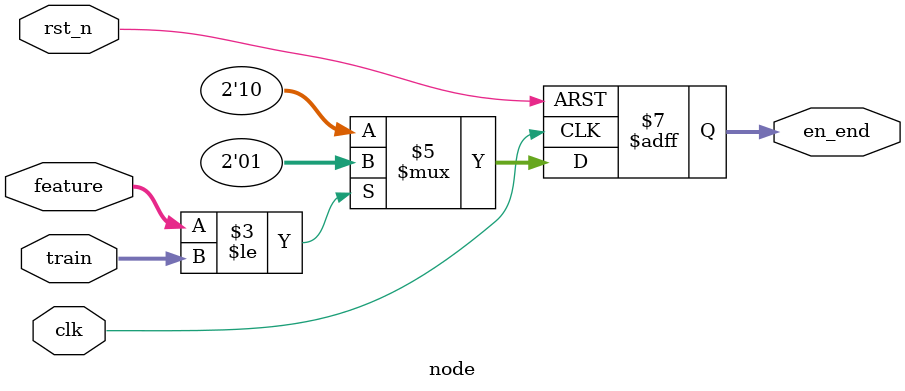
<source format=v>
module node
#(
  parameter FEATURE_WIDE =7                           //input feature Intege bit width

)(
    input                             clk       ,
    input                             rst_n     ,
    input    [FEATURE_WIDE-1'b1:0]    feature   ,//4位整数8位小数
    input    [FEATURE_WIDE-1'b1:0]    train     ,//4位整数8位小数

    output reg [1:0]                  en_end      
);



always@(posedge clk or negedge rst_n)begin
    if(!rst_n)begin
        en_end<=2'd0;
    end 
    else if (feature<=train)begin
        en_end<=2'd1;
    end 
    else begin
       en_end<=2'd2;
    end 
end 












endmodule 
</source>
